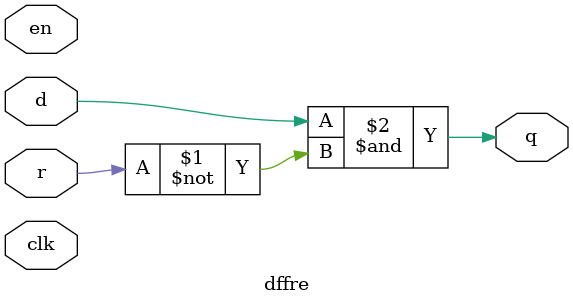
<source format=v>

module dffre (
input wire d,
input wire clk,
input wire en,
input wire r,
output wire q);

assign q = d& ~r;

endmodule

</source>
